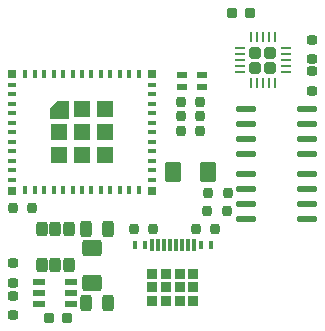
<source format=gbr>
%TF.GenerationSoftware,KiCad,Pcbnew,(6.0.2-0)*%
%TF.CreationDate,2022-02-22T18:22:15+00:00*%
%TF.ProjectId,Bell2,42656c6c-322e-46b6-9963-61645f706362,2*%
%TF.SameCoordinates,Original*%
%TF.FileFunction,Paste,Top*%
%TF.FilePolarity,Positive*%
%FSLAX46Y46*%
G04 Gerber Fmt 4.6, Leading zero omitted, Abs format (unit mm)*
G04 Created by KiCad (PCBNEW (6.0.2-0)) date 2022-02-22 18:22:15*
%MOMM*%
%LPD*%
G01*
G04 APERTURE LIST*
G04 Aperture macros list*
%AMRoundRect*
0 Rectangle with rounded corners*
0 $1 Rounding radius*
0 $2 $3 $4 $5 $6 $7 $8 $9 X,Y pos of 4 corners*
0 Add a 4 corners polygon primitive as box body*
4,1,4,$2,$3,$4,$5,$6,$7,$8,$9,$2,$3,0*
0 Add four circle primitives for the rounded corners*
1,1,$1+$1,$2,$3*
1,1,$1+$1,$4,$5*
1,1,$1+$1,$6,$7*
1,1,$1+$1,$8,$9*
0 Add four rect primitives between the rounded corners*
20,1,$1+$1,$2,$3,$4,$5,0*
20,1,$1+$1,$4,$5,$6,$7,0*
20,1,$1+$1,$6,$7,$8,$9,0*
20,1,$1+$1,$8,$9,$2,$3,0*%
G04 Aperture macros list end*
%ADD10C,0.010000*%
%ADD11RoundRect,0.184000X-0.200000X-0.272000X0.200000X-0.272000X0.200000X0.272000X-0.200000X0.272000X0*%
%ADD12RoundRect,0.184000X0.200000X0.272000X-0.200000X0.272000X-0.200000X-0.272000X0.200000X-0.272000X0*%
%ADD13RoundRect,0.184000X-0.272000X0.200000X-0.272000X-0.200000X0.272000X-0.200000X0.272000X0.200000X0*%
%ADD14RoundRect,0.184000X0.272000X-0.200000X0.272000X0.200000X-0.272000X0.200000X-0.272000X-0.200000X0*%
%ADD15RoundRect,0.207000X0.225000X0.249000X-0.225000X0.249000X-0.225000X-0.249000X0.225000X-0.249000X0*%
%ADD16RoundRect,0.115000X-0.725000X-0.173000X0.725000X-0.173000X0.725000X0.173000X-0.725000X0.173000X0*%
%ADD17RoundRect,0.221501X0.462499X0.618499X-0.462499X0.618499X-0.462499X-0.618499X0.462499X-0.618499X0*%
%ADD18R,1.056000X0.576000*%
%ADD19RoundRect,0.250000X0.250000X-0.350000X0.250000X0.350000X-0.250000X0.350000X-0.250000X-0.350000X0*%
%ADD20RoundRect,0.220875X0.619125X-0.463125X0.619125X0.463125X-0.619125X0.463125X-0.619125X-0.463125X0*%
%ADD21RoundRect,0.230000X-0.250000X-0.466000X0.250000X-0.466000X0.250000X0.466000X-0.250000X0.466000X0*%
%ADD22R,0.816000X0.480000*%
%ADD23R,0.768000X0.384000*%
%ADD24R,0.384000X0.768000*%
%ADD25R,1.392000X1.392000*%
%ADD26R,0.672000X0.672000*%
%ADD27RoundRect,0.232500X-0.232500X-0.232500X0.232500X-0.232500X0.232500X0.232500X-0.232500X0.232500X0*%
%ADD28R,0.420000X0.798000*%
%ADD29RoundRect,0.069000X-0.075000X-0.478200X0.075000X-0.478200X0.075000X0.478200X-0.075000X0.478200X0*%
%ADD30RoundRect,0.250000X-0.255000X-0.255000X0.255000X-0.255000X0.255000X0.255000X-0.255000X0.255000X0*%
%ADD31RoundRect,0.046000X-0.350000X-0.074000X0.350000X-0.074000X0.350000X0.074000X-0.350000X0.074000X0*%
%ADD32RoundRect,0.057500X-0.062500X-0.338500X0.062500X-0.338500X0.062500X0.338500X-0.062500X0.338500X0*%
G04 APERTURE END LIST*
D10*
%TO.C,U1*%
X78575000Y-42875000D02*
X78575000Y-41425000D01*
X78575000Y-41425000D02*
X77725000Y-41425000D01*
X77725000Y-41425000D02*
X77125000Y-42025000D01*
X77125000Y-42025000D02*
X77125000Y-42875000D01*
X77125000Y-42875000D02*
X78575000Y-42875000D01*
G36*
X78575000Y-42875000D02*
G01*
X77125000Y-42875000D01*
X77125000Y-42025000D01*
X77725000Y-41425000D01*
X78575000Y-41425000D01*
X78575000Y-42875000D01*
G37*
X78575000Y-42875000D02*
X77125000Y-42875000D01*
X77125000Y-42025000D01*
X77725000Y-41425000D01*
X78575000Y-41425000D01*
X78575000Y-42875000D01*
%TD*%
D11*
%TO.C,R3*%
X90425000Y-50750000D03*
X92075000Y-50750000D03*
%TD*%
%TO.C,R2*%
X90500000Y-49250000D03*
X92150000Y-49250000D03*
%TD*%
D12*
%TO.C,R10*%
X89825000Y-42750000D03*
X88175000Y-42750000D03*
%TD*%
D13*
%TO.C,R4*%
X99300000Y-36250000D03*
X99300000Y-37900000D03*
%TD*%
D12*
%TO.C,R9*%
X89825000Y-41500000D03*
X88175000Y-41500000D03*
%TD*%
D14*
%TO.C,R7*%
X99300000Y-40575000D03*
X99300000Y-38925000D03*
%TD*%
D15*
%TO.C,C1*%
X94025000Y-34000000D03*
X92475000Y-34000000D03*
%TD*%
D11*
%TO.C,R1*%
X73925000Y-50500000D03*
X75575000Y-50500000D03*
%TD*%
D16*
%TO.C,U4*%
X93675000Y-42095000D03*
X93675000Y-43365000D03*
X93675000Y-44635000D03*
X93675000Y-45905000D03*
X98825000Y-45905000D03*
X98825000Y-44635000D03*
X98825000Y-43365000D03*
X98825000Y-42095000D03*
%TD*%
%TO.C,U3*%
X93675000Y-47595000D03*
X93675000Y-48865000D03*
X93675000Y-50135000D03*
X93675000Y-51405000D03*
X98825000Y-51405000D03*
X98825000Y-50135000D03*
X98825000Y-48865000D03*
X98825000Y-47595000D03*
%TD*%
D12*
%TO.C,R5*%
X85825000Y-52250000D03*
X84175000Y-52250000D03*
%TD*%
D13*
%TO.C,R12*%
X74000000Y-55175000D03*
X74000000Y-56825000D03*
%TD*%
D12*
%TO.C,R6*%
X91075000Y-52250000D03*
X89425000Y-52250000D03*
%TD*%
D17*
%TO.C,D3*%
X90487500Y-47500000D03*
X87512500Y-47500000D03*
%TD*%
D14*
%TO.C,R11*%
X74000000Y-59575000D03*
X74000000Y-57925000D03*
%TD*%
D18*
%TO.C,U5*%
X78850000Y-56750000D03*
D19*
X78700000Y-52300000D03*
X76400000Y-55300000D03*
X76400000Y-52300000D03*
X78700000Y-55300000D03*
D20*
X80670000Y-56902500D03*
D19*
X77550000Y-52300000D03*
D15*
X78525000Y-59800000D03*
X76975000Y-59800000D03*
D19*
X77550000Y-55300000D03*
D18*
X76150000Y-56750000D03*
X78850000Y-58650000D03*
X78850000Y-57700000D03*
D21*
X80100000Y-58550000D03*
X82000000Y-52300000D03*
X82000000Y-58550000D03*
D20*
X80670000Y-53937500D03*
D18*
X76150000Y-57700000D03*
D21*
X80100000Y-52300000D03*
D18*
X76150000Y-58650000D03*
%TD*%
D12*
%TO.C,R8*%
X89825000Y-44000000D03*
X88175000Y-44000000D03*
%TD*%
D22*
%TO.C,D2*%
X88250000Y-39250000D03*
X90000000Y-39250000D03*
X90000000Y-40250000D03*
X88250000Y-40250000D03*
%TD*%
D23*
%TO.C,U1*%
X73900000Y-40100000D03*
X73900000Y-40900000D03*
X73900000Y-41700000D03*
X73900000Y-42500000D03*
X73900000Y-43300000D03*
X73900000Y-44100000D03*
X73900000Y-44900000D03*
X73900000Y-45700000D03*
X73900000Y-46500000D03*
X73900000Y-47300000D03*
X73900000Y-48100000D03*
D24*
X75000000Y-49000000D03*
X75800000Y-49000000D03*
X76600000Y-49000000D03*
X77400000Y-49000000D03*
X78200000Y-49000000D03*
X79000000Y-49000000D03*
X79800000Y-49000000D03*
X80600000Y-49000000D03*
X81400000Y-49000000D03*
X82200000Y-49000000D03*
X83000000Y-49000000D03*
X83800000Y-49000000D03*
X84600000Y-49000000D03*
D23*
X85700000Y-48100000D03*
X85700000Y-47300000D03*
X85700000Y-46500000D03*
X85700000Y-45700000D03*
X85700000Y-44900000D03*
X85700000Y-44100000D03*
X85700000Y-43300000D03*
X85700000Y-42500000D03*
X85700000Y-41700000D03*
X85700000Y-40900000D03*
X85700000Y-40100000D03*
D24*
X84600000Y-39200000D03*
X83800000Y-39200000D03*
X83000000Y-39200000D03*
X82200000Y-39200000D03*
X81400000Y-39200000D03*
X80600000Y-39200000D03*
X79800000Y-39200000D03*
X79000000Y-39200000D03*
X78200000Y-39200000D03*
X77400000Y-39200000D03*
X76600000Y-39200000D03*
X75800000Y-39200000D03*
X75000000Y-39200000D03*
D25*
X79800000Y-44100000D03*
D26*
X85750000Y-39150000D03*
X85750000Y-49050000D03*
X73850000Y-49050000D03*
X73850000Y-39150000D03*
D25*
X77850000Y-44100000D03*
X77850000Y-46050000D03*
X79800000Y-46050000D03*
X81750000Y-46050000D03*
X81750000Y-44100000D03*
X81750000Y-42150000D03*
X79800000Y-42150000D03*
%TD*%
D27*
%TO.C,J1*%
X89215000Y-56065000D03*
X86915000Y-58365000D03*
X86915000Y-57215000D03*
X89215000Y-58365000D03*
X85765000Y-58365000D03*
X89215000Y-57215000D03*
X88065000Y-58365000D03*
X85765000Y-57215000D03*
X88065000Y-57215000D03*
X86915000Y-56065000D03*
X88065000Y-56065000D03*
X85765000Y-56065000D03*
D28*
X84300000Y-53640000D03*
X85100000Y-53640000D03*
D29*
X86250000Y-53640000D03*
X87250000Y-53640000D03*
X87750000Y-53640000D03*
X88750000Y-53640000D03*
D28*
X90700000Y-53640000D03*
X89900000Y-53640000D03*
D29*
X89250000Y-53640000D03*
X88250000Y-53640000D03*
X86750000Y-53640000D03*
X85750000Y-53640000D03*
%TD*%
D30*
%TO.C,U2*%
X94475000Y-37375000D03*
X95725000Y-38625000D03*
X95725000Y-37375000D03*
X94475000Y-38625000D03*
D31*
X93162500Y-37000000D03*
X93162500Y-37500000D03*
X93162500Y-38000000D03*
X93162500Y-38500000D03*
X93162500Y-39000000D03*
D32*
X94100000Y-39937500D03*
X94600000Y-39937500D03*
X95100000Y-39937500D03*
X95600000Y-39937500D03*
X96100000Y-39937500D03*
D31*
X97037500Y-39000000D03*
X97037500Y-38500000D03*
X97037500Y-38000000D03*
X97037500Y-37500000D03*
X97037500Y-37000000D03*
D32*
X96100000Y-36062500D03*
X95600000Y-36062500D03*
X95100000Y-36062500D03*
X94600000Y-36062500D03*
X94100000Y-36062500D03*
%TD*%
M02*

</source>
